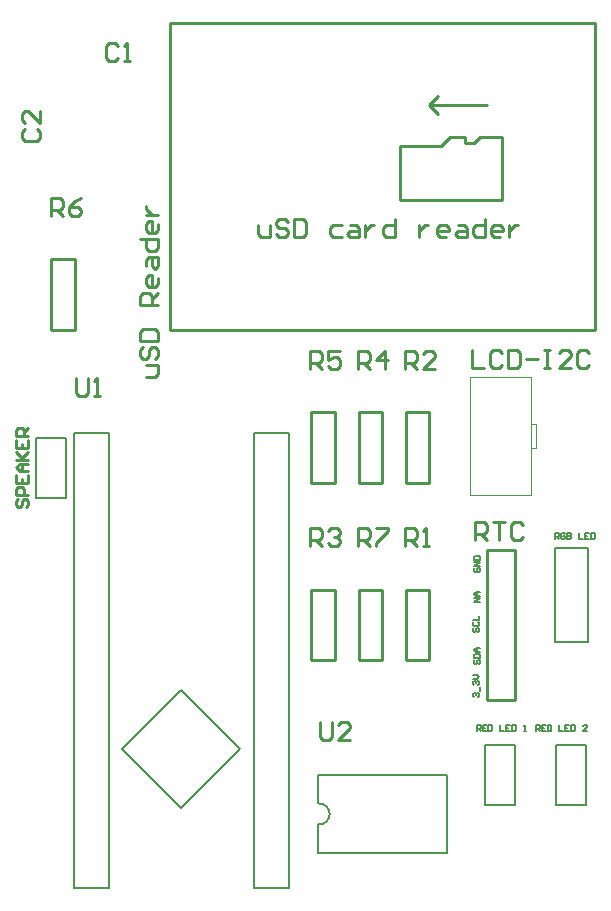
<source format=gto>
G04 Layer_Color=15132400*
%FSLAX24Y24*%
%MOIN*%
G70*
G01*
G75*
%ADD25C,0.0050*%
%ADD26C,0.0100*%
%ADD27C,0.0020*%
%ADD28C,0.0079*%
%ADD29C,0.0070*%
%ADD30C,0.0059*%
D25*
X20691Y12598D02*
G03*
X20341Y12948I-350J-0D01*
G01*
Y12248D02*
G03*
X20691Y12598I-0J350D01*
G01*
X20291Y13898D02*
X24591D01*
Y11298D02*
Y13898D01*
X20291Y11298D02*
X24591D01*
X20291D02*
Y12248D01*
Y12948D02*
Y13898D01*
Y12948D02*
X20341D01*
X20291Y12248D02*
X20341D01*
X25528Y20781D02*
X25495Y20748D01*
Y20681D01*
X25528Y20648D01*
X25661D01*
X25695Y20681D01*
Y20748D01*
X25661Y20781D01*
X25595D01*
Y20714D01*
X25695Y20848D02*
X25495D01*
X25695Y20981D01*
X25495D01*
Y21048D02*
X25695D01*
Y21147D01*
X25661Y21181D01*
X25528D01*
X25495Y21147D01*
Y21048D01*
X25695Y19648D02*
X25495D01*
X25695Y19781D01*
X25495D01*
X25695Y19848D02*
X25561D01*
X25495Y19914D01*
X25561Y19981D01*
X25695D01*
X25595D01*
Y19848D01*
X25511Y18781D02*
X25478Y18748D01*
Y18681D01*
X25511Y18648D01*
X25545D01*
X25578Y18681D01*
Y18748D01*
X25611Y18781D01*
X25645D01*
X25678Y18748D01*
Y18681D01*
X25645Y18648D01*
X25511Y18981D02*
X25478Y18948D01*
Y18881D01*
X25511Y18848D01*
X25645D01*
X25678Y18881D01*
Y18948D01*
X25645Y18981D01*
X25478Y19048D02*
X25678D01*
Y19181D01*
X25528Y17731D02*
X25495Y17698D01*
Y17631D01*
X25528Y17598D01*
X25561D01*
X25595Y17631D01*
Y17698D01*
X25628Y17731D01*
X25661D01*
X25695Y17698D01*
Y17631D01*
X25661Y17598D01*
X25495Y17798D02*
X25695D01*
Y17898D01*
X25661Y17931D01*
X25528D01*
X25495Y17898D01*
Y17798D01*
X25695Y17998D02*
X25561D01*
X25495Y18064D01*
X25561Y18131D01*
X25695D01*
X25595D01*
Y17998D01*
X25511Y16498D02*
X25478Y16531D01*
Y16598D01*
X25511Y16631D01*
X25545D01*
X25578Y16598D01*
Y16564D01*
Y16598D01*
X25611Y16631D01*
X25645D01*
X25678Y16598D01*
Y16531D01*
X25645Y16498D01*
X25711Y16698D02*
Y16831D01*
X25511Y16898D02*
X25478Y16931D01*
Y16997D01*
X25511Y17031D01*
X25545D01*
X25578Y16997D01*
Y16964D01*
Y16997D01*
X25611Y17031D01*
X25645D01*
X25678Y16997D01*
Y16931D01*
X25645Y16898D01*
X25478Y17097D02*
X25611D01*
X25678Y17164D01*
X25611Y17231D01*
X25478D01*
D26*
X23228Y17717D02*
Y20079D01*
X24016D01*
Y17717D02*
Y20079D01*
X23228Y17717D02*
X24016D01*
X23228Y23622D02*
Y25984D01*
X24016D01*
Y23622D02*
Y25984D01*
X23228Y23622D02*
X24016D01*
X20079Y17717D02*
Y20079D01*
X20866D01*
Y17717D02*
Y20079D01*
X20079Y17717D02*
X20866D01*
X21654Y23622D02*
Y25984D01*
X22441D01*
Y23622D02*
Y25984D01*
X21654Y23622D02*
X22441D01*
X20079D02*
Y25984D01*
X20866D01*
Y23622D02*
Y25984D01*
X20079Y23622D02*
X20866D01*
X11417Y28740D02*
Y31102D01*
X12205D01*
Y28740D02*
Y31102D01*
X11417Y28740D02*
X12205D01*
X21654Y17717D02*
Y20079D01*
X22441D01*
Y17717D02*
Y20079D01*
X21654Y17717D02*
X22441D01*
X25918Y21398D02*
X26878D01*
X25918Y16398D02*
X26878D01*
Y21398D01*
X25918Y16398D02*
Y21398D01*
X23985Y36215D02*
X24285Y36515D01*
X23985Y36215D02*
X25935D01*
X23985D02*
X24285Y35915D01*
X26435Y33065D02*
Y35165D01*
X25685D02*
X26435D01*
X25485Y34965D02*
X25685Y35165D01*
X25185Y34965D02*
X25485D01*
X25185D02*
Y35165D01*
X24685D02*
X25185D01*
X24385Y34865D02*
X24685Y35165D01*
X23035Y34865D02*
X24385D01*
X23035Y33065D02*
Y34865D01*
Y33065D02*
X23885D01*
X26435D01*
X15354Y28740D02*
Y38976D01*
X29535D01*
Y28740D02*
Y38976D01*
X15354Y28740D02*
X29535D01*
X14561Y27165D02*
X14861D01*
X14961Y27265D01*
Y27565D01*
X14561D01*
X14461Y28165D02*
X14361Y28065D01*
Y27865D01*
X14461Y27765D01*
X14561D01*
X14661Y27865D01*
Y28065D01*
X14761Y28165D01*
X14861D01*
X14961Y28065D01*
Y27865D01*
X14861Y27765D01*
X14361Y28365D02*
X14961D01*
Y28665D01*
X14861Y28765D01*
X14461D01*
X14361Y28665D01*
Y28365D01*
X14961Y29565D02*
X14361D01*
Y29864D01*
X14461Y29964D01*
X14661D01*
X14761Y29864D01*
Y29565D01*
Y29765D02*
X14961Y29964D01*
Y30464D02*
Y30264D01*
X14861Y30164D01*
X14661D01*
X14561Y30264D01*
Y30464D01*
X14661Y30564D01*
X14761D01*
Y30164D01*
X14561Y30864D02*
Y31064D01*
X14661Y31164D01*
X14961D01*
Y30864D01*
X14861Y30764D01*
X14761Y30864D01*
Y31164D01*
X14361Y31764D02*
X14961D01*
Y31464D01*
X14861Y31364D01*
X14661D01*
X14561Y31464D01*
Y31764D01*
X14961Y32264D02*
Y32064D01*
X14861Y31964D01*
X14661D01*
X14561Y32064D01*
Y32264D01*
X14661Y32364D01*
X14761D01*
Y31964D01*
X14561Y32564D02*
X14961D01*
X14761D01*
X14661Y32664D01*
X14561Y32764D01*
Y32864D01*
X20366Y15663D02*
Y15163D01*
X20466Y15063D01*
X20666D01*
X20766Y15163D01*
Y15663D01*
X21366Y15063D02*
X20966D01*
X21366Y15463D01*
Y15563D01*
X21266Y15663D01*
X21066D01*
X20966Y15563D01*
X12219Y27133D02*
Y26633D01*
X12318Y26533D01*
X12518D01*
X12618Y26633D01*
Y27133D01*
X12818Y26533D02*
X13018D01*
X12918D01*
Y27133D01*
X12818Y27033D01*
X10302Y23097D02*
X10236Y23031D01*
Y22900D01*
X10302Y22835D01*
X10368D01*
X10433Y22900D01*
Y23031D01*
X10499Y23097D01*
X10564D01*
X10630Y23031D01*
Y22900D01*
X10564Y22835D01*
X10630Y23228D02*
X10236D01*
Y23425D01*
X10302Y23491D01*
X10433D01*
X10499Y23425D01*
Y23228D01*
X10236Y23884D02*
Y23622D01*
X10630D01*
Y23884D01*
X10433Y23622D02*
Y23753D01*
X10630Y24015D02*
X10368D01*
X10236Y24147D01*
X10368Y24278D01*
X10630D01*
X10433D01*
Y24015D01*
X10236Y24409D02*
X10630D01*
X10499D01*
X10236Y24671D01*
X10433Y24475D01*
X10630Y24671D01*
X10236Y25065D02*
Y24803D01*
X10630D01*
Y25065D01*
X10433Y24803D02*
Y24934D01*
X10630Y25196D02*
X10236D01*
Y25393D01*
X10302Y25458D01*
X10433D01*
X10499Y25393D01*
Y25196D01*
Y25327D02*
X10630Y25458D01*
X25533Y21743D02*
Y22342D01*
X25833D01*
X25933Y22242D01*
Y22043D01*
X25833Y21943D01*
X25533D01*
X25733D02*
X25933Y21743D01*
X26133Y22342D02*
X26533D01*
X26333D01*
Y21743D01*
X27132Y22242D02*
X27032Y22342D01*
X26833D01*
X26733Y22242D01*
Y21843D01*
X26833Y21743D01*
X27032D01*
X27132Y21843D01*
X21622Y21523D02*
Y22122D01*
X21922D01*
X22022Y22022D01*
Y21823D01*
X21922Y21723D01*
X21622D01*
X21822D02*
X22022Y21523D01*
X22222Y22122D02*
X22622D01*
Y22022D01*
X22222Y21623D01*
Y21523D01*
X11386Y32546D02*
Y33146D01*
X11686D01*
X11786Y33046D01*
Y32846D01*
X11686Y32746D01*
X11386D01*
X11586D02*
X11786Y32546D01*
X12386Y33146D02*
X12186Y33046D01*
X11986Y32846D01*
Y32646D01*
X12086Y32546D01*
X12286D01*
X12386Y32646D01*
Y32746D01*
X12286Y32846D01*
X11986D01*
X20047Y27428D02*
Y28028D01*
X20347D01*
X20447Y27928D01*
Y27728D01*
X20347Y27628D01*
X20047D01*
X20247D02*
X20447Y27428D01*
X21047Y28028D02*
X20647D01*
Y27728D01*
X20847Y27828D01*
X20947D01*
X21047Y27728D01*
Y27528D01*
X20947Y27428D01*
X20747D01*
X20647Y27528D01*
X21622Y27428D02*
Y28028D01*
X21922D01*
X22022Y27928D01*
Y27728D01*
X21922Y27628D01*
X21622D01*
X21822D02*
X22022Y27428D01*
X22522D02*
Y28028D01*
X22222Y27728D01*
X22622D01*
X20047Y21523D02*
Y22122D01*
X20347D01*
X20447Y22022D01*
Y21823D01*
X20347Y21723D01*
X20047D01*
X20247D02*
X20447Y21523D01*
X20647Y22022D02*
X20747Y22122D01*
X20947D01*
X21047Y22022D01*
Y21923D01*
X20947Y21823D01*
X20847D01*
X20947D01*
X21047Y21723D01*
Y21623D01*
X20947Y21523D01*
X20747D01*
X20647Y21623D01*
X23197Y27428D02*
Y28028D01*
X23497D01*
X23597Y27928D01*
Y27728D01*
X23497Y27628D01*
X23197D01*
X23397D02*
X23597Y27428D01*
X24197D02*
X23797D01*
X24197Y27828D01*
Y27928D01*
X24097Y28028D01*
X23897D01*
X23797Y27928D01*
X23197Y21523D02*
Y22122D01*
X23497D01*
X23597Y22022D01*
Y21823D01*
X23497Y21723D01*
X23197D01*
X23397D02*
X23597Y21523D01*
X23797D02*
X23997D01*
X23897D01*
Y22122D01*
X23797Y22022D01*
X25443Y28072D02*
Y27472D01*
X25843D01*
X26443Y27972D02*
X26343Y28072D01*
X26143D01*
X26043Y27972D01*
Y27572D01*
X26143Y27472D01*
X26343D01*
X26443Y27572D01*
X26643Y28072D02*
Y27472D01*
X26942D01*
X27042Y27572D01*
Y27972D01*
X26942Y28072D01*
X26643D01*
X27242Y27772D02*
X27642D01*
X27842Y28072D02*
X28042D01*
X27942D01*
Y27472D01*
X27842D01*
X28042D01*
X28742D02*
X28342D01*
X28742Y27872D01*
Y27972D01*
X28642Y28072D01*
X28442D01*
X28342Y27972D01*
X29342D02*
X29242Y28072D01*
X29042D01*
X28942Y27972D01*
Y27572D01*
X29042Y27472D01*
X29242D01*
X29342Y27572D01*
X10524Y35439D02*
X10424Y35339D01*
Y35139D01*
X10524Y35039D01*
X10924D01*
X11024Y35139D01*
Y35339D01*
X10924Y35439D01*
X11024Y36039D02*
Y35639D01*
X10624Y36039D01*
X10524D01*
X10424Y35939D01*
Y35739D01*
X10524Y35639D01*
X13634Y38198D02*
X13534Y38298D01*
X13334D01*
X13235Y38198D01*
Y37798D01*
X13334Y37698D01*
X13534D01*
X13634Y37798D01*
X13834Y37698D02*
X14034D01*
X13934D01*
Y38298D01*
X13834Y38198D01*
X18285Y32215D02*
Y31915D01*
X18385Y31815D01*
X18685D01*
Y32215D01*
X19285Y32315D02*
X19185Y32415D01*
X18985D01*
X18885Y32315D01*
Y32215D01*
X18985Y32115D01*
X19185D01*
X19285Y32015D01*
Y31915D01*
X19185Y31815D01*
X18985D01*
X18885Y31915D01*
X19485Y32415D02*
Y31815D01*
X19785D01*
X19885Y31915D01*
Y32315D01*
X19785Y32415D01*
X19485D01*
X21085Y32215D02*
X20785D01*
X20685Y32115D01*
Y31915D01*
X20785Y31815D01*
X21085D01*
X21384Y32215D02*
X21584D01*
X21684Y32115D01*
Y31815D01*
X21384D01*
X21284Y31915D01*
X21384Y32015D01*
X21684D01*
X21884Y32215D02*
Y31815D01*
Y32015D01*
X21984Y32115D01*
X22084Y32215D01*
X22184D01*
X22884Y32415D02*
Y31815D01*
X22584D01*
X22484Y31915D01*
Y32115D01*
X22584Y32215D01*
X22884D01*
X23684D02*
Y31815D01*
Y32015D01*
X23784Y32115D01*
X23884Y32215D01*
X23984D01*
X24583Y31815D02*
X24383D01*
X24283Y31915D01*
Y32115D01*
X24383Y32215D01*
X24583D01*
X24683Y32115D01*
Y32015D01*
X24283D01*
X24983Y32215D02*
X25183D01*
X25283Y32115D01*
Y31815D01*
X24983D01*
X24883Y31915D01*
X24983Y32015D01*
X25283D01*
X25883Y32415D02*
Y31815D01*
X25583D01*
X25483Y31915D01*
Y32115D01*
X25583Y32215D01*
X25883D01*
X26383Y31815D02*
X26183D01*
X26083Y31915D01*
Y32115D01*
X26183Y32215D01*
X26383D01*
X26483Y32115D01*
Y32015D01*
X26083D01*
X26683Y32215D02*
Y31815D01*
Y32015D01*
X26783Y32115D01*
X26883Y32215D01*
X26983D01*
D27*
X25354Y23228D02*
Y27165D01*
X27402D01*
Y23228D02*
Y27165D01*
X25354Y23228D02*
X27402D01*
Y24803D02*
X27559D01*
Y25591D01*
X27441D02*
X27559D01*
X27402D02*
X27441D01*
D28*
X15748Y16732D02*
X17717Y14764D01*
X13780D02*
X15748Y16732D01*
X13780Y14764D02*
X15748Y12795D01*
X17717Y14764D01*
X12157Y10126D02*
X13339D01*
X12157D02*
Y25307D01*
X13339D01*
Y10126D02*
Y25307D01*
X18157Y10126D02*
Y25307D01*
X19339D01*
Y10126D02*
Y25307D01*
X18157Y10126D02*
X19339D01*
X29291Y18346D02*
Y21457D01*
X28189D02*
X29291D01*
X28189Y18346D02*
Y21457D01*
Y18346D02*
X29291D01*
D29*
X10917Y25122D02*
X11917D01*
X10917Y23122D02*
Y25122D01*
X11917Y23122D02*
Y25122D01*
X10917Y23122D02*
X11917D01*
X25878Y14886D02*
X26878D01*
X25878Y12886D02*
Y14886D01*
X26878Y12886D02*
Y14886D01*
X25878Y12886D02*
X26878D01*
X28240Y14886D02*
X29240D01*
X28240Y12886D02*
Y14886D01*
X29240Y12886D02*
Y14886D01*
X28240Y12886D02*
X29240D01*
D30*
X25591Y15354D02*
Y15551D01*
X25689D01*
X25722Y15518D01*
Y15453D01*
X25689Y15420D01*
X25591D01*
X25656D02*
X25722Y15354D01*
X25919Y15551D02*
X25787D01*
Y15354D01*
X25919D01*
X25787Y15453D02*
X25853D01*
X25984Y15551D02*
Y15354D01*
X26083D01*
X26115Y15387D01*
Y15518D01*
X26083Y15551D01*
X25984D01*
X26378D02*
Y15354D01*
X26509D01*
X26706Y15551D02*
X26574D01*
Y15354D01*
X26706D01*
X26574Y15453D02*
X26640D01*
X26771Y15551D02*
Y15354D01*
X26870D01*
X26902Y15387D01*
Y15518D01*
X26870Y15551D01*
X26771D01*
X27165Y15354D02*
X27230D01*
X27198D01*
Y15551D01*
X27165Y15518D01*
X27559Y15354D02*
Y15551D01*
X27657D01*
X27690Y15518D01*
Y15453D01*
X27657Y15420D01*
X27559D01*
X27625D02*
X27690Y15354D01*
X27887Y15551D02*
X27756D01*
Y15354D01*
X27887D01*
X27756Y15453D02*
X27821D01*
X27953Y15551D02*
Y15354D01*
X28051D01*
X28084Y15387D01*
Y15518D01*
X28051Y15551D01*
X27953D01*
X28346D02*
Y15354D01*
X28477D01*
X28674Y15551D02*
X28543D01*
Y15354D01*
X28674D01*
X28543Y15453D02*
X28609D01*
X28740Y15551D02*
Y15354D01*
X28838D01*
X28871Y15387D01*
Y15518D01*
X28838Y15551D01*
X28740D01*
X29265Y15354D02*
X29133D01*
X29265Y15486D01*
Y15518D01*
X29232Y15551D01*
X29166D01*
X29133Y15518D01*
X28210Y21752D02*
Y21949D01*
X28308D01*
X28341Y21916D01*
Y21850D01*
X28308Y21817D01*
X28210D01*
X28276D02*
X28341Y21752D01*
X28538Y21916D02*
X28505Y21949D01*
X28440D01*
X28407Y21916D01*
Y21785D01*
X28440Y21752D01*
X28505D01*
X28538Y21785D01*
Y21850D01*
X28472D01*
X28604Y21949D02*
Y21752D01*
X28702D01*
X28735Y21785D01*
Y21817D01*
X28702Y21850D01*
X28604D01*
X28702D01*
X28735Y21883D01*
Y21916D01*
X28702Y21949D01*
X28604D01*
X28997D02*
Y21752D01*
X29128D01*
X29325Y21949D02*
X29194D01*
Y21752D01*
X29325D01*
X29194Y21850D02*
X29260D01*
X29391Y21949D02*
Y21752D01*
X29489D01*
X29522Y21785D01*
Y21916D01*
X29489Y21949D01*
X29391D01*
M02*

</source>
